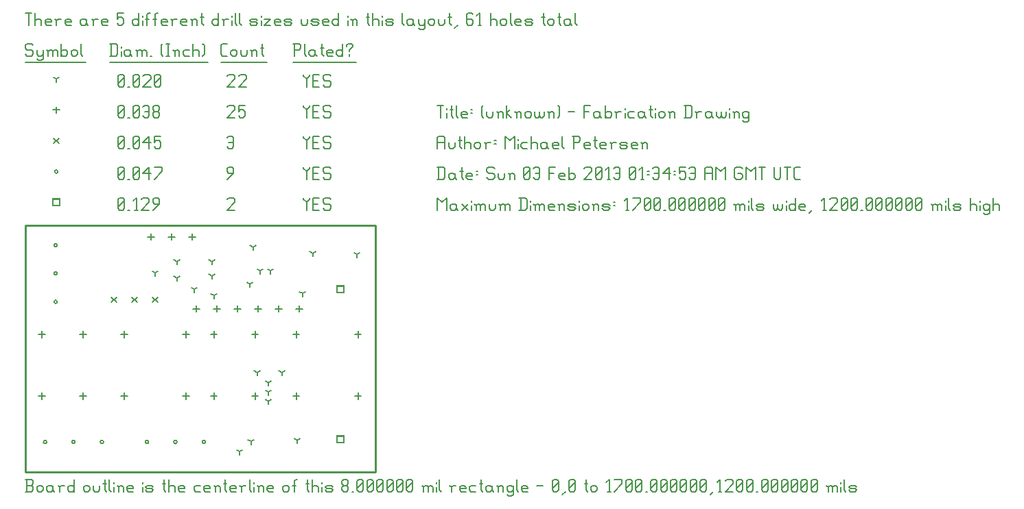
<source format=gbr>
G04 start of page 10 for group -3984 idx -3984 *
G04 Title: (unknown), fab *
G04 Creator: pcb 20110918 *
G04 CreationDate: Sun 03 Feb 2013 01:34:53 AM GMT UTC *
G04 For: petersen *
G04 Format: Gerber/RS-274X *
G04 PCB-Dimensions: 170000 120000 *
G04 PCB-Coordinate-Origin: lower left *
%MOIN*%
%FSLAX25Y25*%
%LNFAB*%
%ADD75C,0.0100*%
%ADD74C,0.0060*%
%ADD73R,0.0080X0.0080*%
G54D73*X151400Y17600D02*X154600D01*
X151400D02*Y14400D01*
X154600D01*
Y17600D02*Y14400D01*
X151400Y90600D02*X154600D01*
X151400D02*Y87400D01*
X154600D01*
Y90600D02*Y87400D01*
X13400Y132850D02*X16600D01*
X13400D02*Y129650D01*
X16600D01*
Y132850D02*Y129650D01*
G54D74*X135000Y133500D02*Y132750D01*
X136500Y131250D01*
X138000Y132750D01*
Y133500D02*Y132750D01*
X136500Y131250D02*Y127500D01*
X139800Y130500D02*X142050D01*
X139800Y127500D02*X142800D01*
X139800Y133500D02*Y127500D01*
Y133500D02*X142800D01*
X147600D02*X148350Y132750D01*
X145350Y133500D02*X147600D01*
X144600Y132750D02*X145350Y133500D01*
X144600Y132750D02*Y131250D01*
X145350Y130500D01*
X147600D01*
X148350Y129750D01*
Y128250D01*
X147600Y127500D02*X148350Y128250D01*
X145350Y127500D02*X147600D01*
X144600Y128250D02*X145350Y127500D01*
X98000Y132750D02*X98750Y133500D01*
X101000D01*
X101750Y132750D01*
Y131250D01*
X98000Y127500D02*X101750Y131250D01*
X98000Y127500D02*X101750D01*
X45000Y128250D02*X45750Y127500D01*
X45000Y132750D02*Y128250D01*
Y132750D02*X45750Y133500D01*
X47250D01*
X48000Y132750D01*
Y128250D01*
X47250Y127500D02*X48000Y128250D01*
X45750Y127500D02*X47250D01*
X45000Y129000D02*X48000Y132000D01*
X49800Y127500D02*X50550D01*
X53100D02*X54600D01*
X53850Y133500D02*Y127500D01*
X52350Y132000D02*X53850Y133500D01*
X56400Y132750D02*X57150Y133500D01*
X59400D01*
X60150Y132750D01*
Y131250D01*
X56400Y127500D02*X60150Y131250D01*
X56400Y127500D02*X60150D01*
X61950D02*X64950Y130500D01*
Y132750D02*Y130500D01*
X64200Y133500D02*X64950Y132750D01*
X62700Y133500D02*X64200D01*
X61950Y132750D02*X62700Y133500D01*
X61950Y132750D02*Y131250D01*
X62700Y130500D01*
X64950D01*
X58255Y14673D02*G75*G03X59855Y14673I800J0D01*G01*
G75*G03X58255Y14673I-800J0D01*G01*
X72035D02*G75*G03X73635Y14673I800J0D01*G01*
G75*G03X72035Y14673I-800J0D01*G01*
X85814D02*G75*G03X87414Y14673I800J0D01*G01*
G75*G03X85814Y14673I-800J0D01*G01*
X13873Y110445D02*G75*G03X15473Y110445I800J0D01*G01*
G75*G03X13873Y110445I-800J0D01*G01*
Y96665D02*G75*G03X15473Y96665I800J0D01*G01*
G75*G03X13873Y96665I-800J0D01*G01*
Y82886D02*G75*G03X15473Y82886I800J0D01*G01*
G75*G03X13873Y82886I-800J0D01*G01*
X8755Y14673D02*G75*G03X10355Y14673I800J0D01*G01*
G75*G03X8755Y14673I-800J0D01*G01*
X22535D02*G75*G03X24135Y14673I800J0D01*G01*
G75*G03X22535Y14673I-800J0D01*G01*
X36314D02*G75*G03X37914Y14673I800J0D01*G01*
G75*G03X36314Y14673I-800J0D01*G01*
X14200Y146250D02*G75*G03X15800Y146250I800J0D01*G01*
G75*G03X14200Y146250I-800J0D01*G01*
X135000Y148500D02*Y147750D01*
X136500Y146250D01*
X138000Y147750D01*
Y148500D02*Y147750D01*
X136500Y146250D02*Y142500D01*
X139800Y145500D02*X142050D01*
X139800Y142500D02*X142800D01*
X139800Y148500D02*Y142500D01*
Y148500D02*X142800D01*
X147600D02*X148350Y147750D01*
X145350Y148500D02*X147600D01*
X144600Y147750D02*X145350Y148500D01*
X144600Y147750D02*Y146250D01*
X145350Y145500D01*
X147600D01*
X148350Y144750D01*
Y143250D01*
X147600Y142500D02*X148350Y143250D01*
X145350Y142500D02*X147600D01*
X144600Y143250D02*X145350Y142500D01*
X98000D02*X101000Y145500D01*
Y147750D02*Y145500D01*
X100250Y148500D02*X101000Y147750D01*
X98750Y148500D02*X100250D01*
X98000Y147750D02*X98750Y148500D01*
X98000Y147750D02*Y146250D01*
X98750Y145500D01*
X101000D01*
X45000Y143250D02*X45750Y142500D01*
X45000Y147750D02*Y143250D01*
Y147750D02*X45750Y148500D01*
X47250D01*
X48000Y147750D01*
Y143250D01*
X47250Y142500D02*X48000Y143250D01*
X45750Y142500D02*X47250D01*
X45000Y144000D02*X48000Y147000D01*
X49800Y142500D02*X50550D01*
X52350Y143250D02*X53100Y142500D01*
X52350Y147750D02*Y143250D01*
Y147750D02*X53100Y148500D01*
X54600D01*
X55350Y147750D01*
Y143250D01*
X54600Y142500D02*X55350Y143250D01*
X53100Y142500D02*X54600D01*
X52350Y144000D02*X55350Y147000D01*
X57150Y145500D02*X60150Y148500D01*
X57150Y145500D02*X60900D01*
X60150Y148500D02*Y142500D01*
X62700D02*X66450Y146250D01*
Y148500D02*Y146250D01*
X62700Y148500D02*X66450D01*
X61800Y85200D02*X64200Y82800D01*
X61800D02*X64200Y85200D01*
X51800D02*X54200Y82800D01*
X51800D02*X54200Y85200D01*
X41800D02*X44200Y82800D01*
X41800D02*X44200Y85200D01*
X13800Y162450D02*X16200Y160050D01*
X13800D02*X16200Y162450D01*
X135000Y163500D02*Y162750D01*
X136500Y161250D01*
X138000Y162750D01*
Y163500D02*Y162750D01*
X136500Y161250D02*Y157500D01*
X139800Y160500D02*X142050D01*
X139800Y157500D02*X142800D01*
X139800Y163500D02*Y157500D01*
Y163500D02*X142800D01*
X147600D02*X148350Y162750D01*
X145350Y163500D02*X147600D01*
X144600Y162750D02*X145350Y163500D01*
X144600Y162750D02*Y161250D01*
X145350Y160500D01*
X147600D01*
X148350Y159750D01*
Y158250D01*
X147600Y157500D02*X148350Y158250D01*
X145350Y157500D02*X147600D01*
X144600Y158250D02*X145350Y157500D01*
X98000Y162750D02*X98750Y163500D01*
X100250D01*
X101000Y162750D01*
Y158250D01*
X100250Y157500D02*X101000Y158250D01*
X98750Y157500D02*X100250D01*
X98000Y158250D02*X98750Y157500D01*
Y160500D02*X101000D01*
X45000Y158250D02*X45750Y157500D01*
X45000Y162750D02*Y158250D01*
Y162750D02*X45750Y163500D01*
X47250D01*
X48000Y162750D01*
Y158250D01*
X47250Y157500D02*X48000Y158250D01*
X45750Y157500D02*X47250D01*
X45000Y159000D02*X48000Y162000D01*
X49800Y157500D02*X50550D01*
X52350Y158250D02*X53100Y157500D01*
X52350Y162750D02*Y158250D01*
Y162750D02*X53100Y163500D01*
X54600D01*
X55350Y162750D01*
Y158250D01*
X54600Y157500D02*X55350Y158250D01*
X53100Y157500D02*X54600D01*
X52350Y159000D02*X55350Y162000D01*
X57150Y160500D02*X60150Y163500D01*
X57150Y160500D02*X60900D01*
X60150Y163500D02*Y157500D01*
X62700Y163500D02*X65700D01*
X62700D02*Y160500D01*
X63450Y161250D01*
X64950D01*
X65700Y160500D01*
Y158250D01*
X64950Y157500D02*X65700Y158250D01*
X63450Y157500D02*X64950D01*
X62700Y158250D02*X63450Y157500D01*
X61000Y116100D02*Y112900D01*
X59400Y114500D02*X62600D01*
X71000Y116100D02*Y112900D01*
X69400Y114500D02*X72600D01*
X81000Y116100D02*Y112900D01*
X79400Y114500D02*X82600D01*
X133000Y81100D02*Y77900D01*
X131400Y79500D02*X134600D01*
X123000Y81100D02*Y77900D01*
X121400Y79500D02*X124600D01*
X113000Y81100D02*Y77900D01*
X111400Y79500D02*X114600D01*
X103000Y81100D02*Y77900D01*
X101400Y79500D02*X104600D01*
X93000Y81100D02*Y77900D01*
X91400Y79500D02*X94600D01*
X83000Y81100D02*Y77900D01*
X81400Y79500D02*X84600D01*
X161500Y68600D02*Y65400D01*
X159900Y67000D02*X163100D01*
X131500Y68600D02*Y65400D01*
X129900Y67000D02*X133100D01*
X111500Y68600D02*Y65400D01*
X109900Y67000D02*X113100D01*
X91500Y68600D02*Y65400D01*
X89900Y67000D02*X93100D01*
X91500Y38600D02*Y35400D01*
X89900Y37000D02*X93100D01*
X111500Y38600D02*Y35400D01*
X109900Y37000D02*X113100D01*
X131500Y38600D02*Y35400D01*
X129900Y37000D02*X133100D01*
X161500Y38600D02*Y35400D01*
X159900Y37000D02*X163100D01*
X78000Y68600D02*Y65400D01*
X76400Y67000D02*X79600D01*
X48000Y68600D02*Y65400D01*
X46400Y67000D02*X49600D01*
X28000Y68600D02*Y65400D01*
X26400Y67000D02*X29600D01*
X8000Y68600D02*Y65400D01*
X6400Y67000D02*X9600D01*
X8000Y38600D02*Y35400D01*
X6400Y37000D02*X9600D01*
X28000Y38600D02*Y35400D01*
X26400Y37000D02*X29600D01*
X48000Y38600D02*Y35400D01*
X46400Y37000D02*X49600D01*
X78000Y38600D02*Y35400D01*
X76400Y37000D02*X79600D01*
X15000Y177850D02*Y174650D01*
X13400Y176250D02*X16600D01*
X135000Y178500D02*Y177750D01*
X136500Y176250D01*
X138000Y177750D01*
Y178500D02*Y177750D01*
X136500Y176250D02*Y172500D01*
X139800Y175500D02*X142050D01*
X139800Y172500D02*X142800D01*
X139800Y178500D02*Y172500D01*
Y178500D02*X142800D01*
X147600D02*X148350Y177750D01*
X145350Y178500D02*X147600D01*
X144600Y177750D02*X145350Y178500D01*
X144600Y177750D02*Y176250D01*
X145350Y175500D01*
X147600D01*
X148350Y174750D01*
Y173250D01*
X147600Y172500D02*X148350Y173250D01*
X145350Y172500D02*X147600D01*
X144600Y173250D02*X145350Y172500D01*
X98000Y177750D02*X98750Y178500D01*
X101000D01*
X101750Y177750D01*
Y176250D01*
X98000Y172500D02*X101750Y176250D01*
X98000Y172500D02*X101750D01*
X103550Y178500D02*X106550D01*
X103550D02*Y175500D01*
X104300Y176250D01*
X105800D01*
X106550Y175500D01*
Y173250D01*
X105800Y172500D02*X106550Y173250D01*
X104300Y172500D02*X105800D01*
X103550Y173250D02*X104300Y172500D01*
X45000Y173250D02*X45750Y172500D01*
X45000Y177750D02*Y173250D01*
Y177750D02*X45750Y178500D01*
X47250D01*
X48000Y177750D01*
Y173250D01*
X47250Y172500D02*X48000Y173250D01*
X45750Y172500D02*X47250D01*
X45000Y174000D02*X48000Y177000D01*
X49800Y172500D02*X50550D01*
X52350Y173250D02*X53100Y172500D01*
X52350Y177750D02*Y173250D01*
Y177750D02*X53100Y178500D01*
X54600D01*
X55350Y177750D01*
Y173250D01*
X54600Y172500D02*X55350Y173250D01*
X53100Y172500D02*X54600D01*
X52350Y174000D02*X55350Y177000D01*
X57150Y177750D02*X57900Y178500D01*
X59400D01*
X60150Y177750D01*
Y173250D01*
X59400Y172500D02*X60150Y173250D01*
X57900Y172500D02*X59400D01*
X57150Y173250D02*X57900Y172500D01*
Y175500D02*X60150D01*
X61950Y173250D02*X62700Y172500D01*
X61950Y174750D02*Y173250D01*
Y174750D02*X62700Y175500D01*
X64200D01*
X64950Y174750D01*
Y173250D01*
X64200Y172500D02*X64950Y173250D01*
X62700Y172500D02*X64200D01*
X61950Y176250D02*X62700Y175500D01*
X61950Y177750D02*Y176250D01*
Y177750D02*X62700Y178500D01*
X64200D01*
X64950Y177750D01*
Y176250D01*
X64200Y175500D02*X64950Y176250D01*
X109000Y91500D02*Y89900D01*
Y91500D02*X110387Y92300D01*
X109000Y91500D02*X107613Y92300D01*
X73500Y94500D02*Y92900D01*
Y94500D02*X74887Y95300D01*
X73500Y94500D02*X72113Y95300D01*
X73500Y102500D02*Y100900D01*
Y102500D02*X74887Y103300D01*
X73500Y102500D02*X72113Y103300D01*
X90500Y95500D02*Y93900D01*
Y95500D02*X91887Y96300D01*
X90500Y95500D02*X89113Y96300D01*
X139500Y106500D02*Y104900D01*
Y106500D02*X140887Y107300D01*
X139500Y106500D02*X138113Y107300D01*
X110500Y109500D02*Y107900D01*
Y109500D02*X111887Y110300D01*
X110500Y109500D02*X109113Y110300D01*
X90500Y102500D02*Y100900D01*
Y102500D02*X91887Y103300D01*
X90500Y102500D02*X89113Y103300D01*
X119000Y98000D02*Y96400D01*
Y98000D02*X120387Y98800D01*
X119000Y98000D02*X117613Y98800D01*
X161000Y106000D02*Y104400D01*
Y106000D02*X162387Y106800D01*
X161000Y106000D02*X159613Y106800D01*
X114000Y98000D02*Y96400D01*
Y98000D02*X115387Y98800D01*
X114000Y98000D02*X112613Y98800D01*
X82000Y89000D02*Y87400D01*
Y89000D02*X83387Y89800D01*
X82000Y89000D02*X80613Y89800D01*
X134500Y87000D02*Y85400D01*
Y87000D02*X135887Y87800D01*
X134500Y87000D02*X133113Y87800D01*
X91500Y86000D02*Y84400D01*
Y86000D02*X92887Y86800D01*
X91500Y86000D02*X90113Y86800D01*
X63000Y97000D02*Y95400D01*
Y97000D02*X64387Y97800D01*
X63000Y97000D02*X61613Y97800D01*
X124500Y48500D02*Y46900D01*
Y48500D02*X125887Y49300D01*
X124500Y48500D02*X123113Y49300D01*
X104000Y10000D02*Y8400D01*
Y10000D02*X105387Y10800D01*
X104000Y10000D02*X102613Y10800D01*
X109500Y15000D02*Y13400D01*
Y15000D02*X110887Y15800D01*
X109500Y15000D02*X108113Y15800D01*
X132000Y15500D02*Y13900D01*
Y15500D02*X133387Y16300D01*
X132000Y15500D02*X130613Y16300D01*
X112500Y48500D02*Y46900D01*
Y48500D02*X113887Y49300D01*
X112500Y48500D02*X111113Y49300D01*
X118000Y34500D02*Y32900D01*
Y34500D02*X119387Y35300D01*
X118000Y34500D02*X116613Y35300D01*
X118000Y39000D02*Y37400D01*
Y39000D02*X119387Y39800D01*
X118000Y39000D02*X116613Y39800D01*
X118000Y43500D02*Y41900D01*
Y43500D02*X119387Y44300D01*
X118000Y43500D02*X116613Y44300D01*
X15000Y191250D02*Y189650D01*
Y191250D02*X16387Y192050D01*
X15000Y191250D02*X13613Y192050D01*
X135000Y193500D02*Y192750D01*
X136500Y191250D01*
X138000Y192750D01*
Y193500D02*Y192750D01*
X136500Y191250D02*Y187500D01*
X139800Y190500D02*X142050D01*
X139800Y187500D02*X142800D01*
X139800Y193500D02*Y187500D01*
Y193500D02*X142800D01*
X147600D02*X148350Y192750D01*
X145350Y193500D02*X147600D01*
X144600Y192750D02*X145350Y193500D01*
X144600Y192750D02*Y191250D01*
X145350Y190500D01*
X147600D01*
X148350Y189750D01*
Y188250D01*
X147600Y187500D02*X148350Y188250D01*
X145350Y187500D02*X147600D01*
X144600Y188250D02*X145350Y187500D01*
X98000Y192750D02*X98750Y193500D01*
X101000D01*
X101750Y192750D01*
Y191250D01*
X98000Y187500D02*X101750Y191250D01*
X98000Y187500D02*X101750D01*
X103550Y192750D02*X104300Y193500D01*
X106550D01*
X107300Y192750D01*
Y191250D01*
X103550Y187500D02*X107300Y191250D01*
X103550Y187500D02*X107300D01*
X45000Y188250D02*X45750Y187500D01*
X45000Y192750D02*Y188250D01*
Y192750D02*X45750Y193500D01*
X47250D01*
X48000Y192750D01*
Y188250D01*
X47250Y187500D02*X48000Y188250D01*
X45750Y187500D02*X47250D01*
X45000Y189000D02*X48000Y192000D01*
X49800Y187500D02*X50550D01*
X52350Y188250D02*X53100Y187500D01*
X52350Y192750D02*Y188250D01*
Y192750D02*X53100Y193500D01*
X54600D01*
X55350Y192750D01*
Y188250D01*
X54600Y187500D02*X55350Y188250D01*
X53100Y187500D02*X54600D01*
X52350Y189000D02*X55350Y192000D01*
X57150Y192750D02*X57900Y193500D01*
X60150D01*
X60900Y192750D01*
Y191250D01*
X57150Y187500D02*X60900Y191250D01*
X57150Y187500D02*X60900D01*
X62700Y188250D02*X63450Y187500D01*
X62700Y192750D02*Y188250D01*
Y192750D02*X63450Y193500D01*
X64950D01*
X65700Y192750D01*
Y188250D01*
X64950Y187500D02*X65700Y188250D01*
X63450Y187500D02*X64950D01*
X62700Y189000D02*X65700Y192000D01*
X3000Y208500D02*X3750Y207750D01*
X750Y208500D02*X3000D01*
X0Y207750D02*X750Y208500D01*
X0Y207750D02*Y206250D01*
X750Y205500D01*
X3000D01*
X3750Y204750D01*
Y203250D01*
X3000Y202500D02*X3750Y203250D01*
X750Y202500D02*X3000D01*
X0Y203250D02*X750Y202500D01*
X5550Y205500D02*Y203250D01*
X6300Y202500D01*
X8550Y205500D02*Y201000D01*
X7800Y200250D02*X8550Y201000D01*
X6300Y200250D02*X7800D01*
X5550Y201000D02*X6300Y200250D01*
Y202500D02*X7800D01*
X8550Y203250D01*
X11100Y204750D02*Y202500D01*
Y204750D02*X11850Y205500D01*
X12600D01*
X13350Y204750D01*
Y202500D01*
Y204750D02*X14100Y205500D01*
X14850D01*
X15600Y204750D01*
Y202500D01*
X10350Y205500D02*X11100Y204750D01*
X17400Y208500D02*Y202500D01*
Y203250D02*X18150Y202500D01*
X19650D01*
X20400Y203250D01*
Y204750D02*Y203250D01*
X19650Y205500D02*X20400Y204750D01*
X18150Y205500D02*X19650D01*
X17400Y204750D02*X18150Y205500D01*
X22200Y204750D02*Y203250D01*
Y204750D02*X22950Y205500D01*
X24450D01*
X25200Y204750D01*
Y203250D01*
X24450Y202500D02*X25200Y203250D01*
X22950Y202500D02*X24450D01*
X22200Y203250D02*X22950Y202500D01*
X27000Y208500D02*Y203250D01*
X27750Y202500D01*
X0Y199250D02*X29250D01*
X41750Y208500D02*Y202500D01*
X44000Y208500D02*X44750Y207750D01*
Y203250D01*
X44000Y202500D02*X44750Y203250D01*
X41000Y202500D02*X44000D01*
X41000Y208500D02*X44000D01*
X46550Y207000D02*Y206250D01*
Y204750D02*Y202500D01*
X50300Y205500D02*X51050Y204750D01*
X48800Y205500D02*X50300D01*
X48050Y204750D02*X48800Y205500D01*
X48050Y204750D02*Y203250D01*
X48800Y202500D01*
X51050Y205500D02*Y203250D01*
X51800Y202500D01*
X48800D02*X50300D01*
X51050Y203250D01*
X54350Y204750D02*Y202500D01*
Y204750D02*X55100Y205500D01*
X55850D01*
X56600Y204750D01*
Y202500D01*
Y204750D02*X57350Y205500D01*
X58100D01*
X58850Y204750D01*
Y202500D01*
X53600Y205500D02*X54350Y204750D01*
X60650Y202500D02*X61400D01*
X65900Y203250D02*X66650Y202500D01*
X65900Y207750D02*X66650Y208500D01*
X65900Y207750D02*Y203250D01*
X68450Y208500D02*X69950D01*
X69200D02*Y202500D01*
X68450D02*X69950D01*
X72500Y204750D02*Y202500D01*
Y204750D02*X73250Y205500D01*
X74000D01*
X74750Y204750D01*
Y202500D01*
X71750Y205500D02*X72500Y204750D01*
X77300Y205500D02*X79550D01*
X76550Y204750D02*X77300Y205500D01*
X76550Y204750D02*Y203250D01*
X77300Y202500D01*
X79550D01*
X81350Y208500D02*Y202500D01*
Y204750D02*X82100Y205500D01*
X83600D01*
X84350Y204750D01*
Y202500D01*
X86150Y208500D02*X86900Y207750D01*
Y203250D01*
X86150Y202500D02*X86900Y203250D01*
X41000Y199250D02*X88700D01*
X95750Y202500D02*X98000D01*
X95000Y203250D02*X95750Y202500D01*
X95000Y207750D02*Y203250D01*
Y207750D02*X95750Y208500D01*
X98000D01*
X99800Y204750D02*Y203250D01*
Y204750D02*X100550Y205500D01*
X102050D01*
X102800Y204750D01*
Y203250D01*
X102050Y202500D02*X102800Y203250D01*
X100550Y202500D02*X102050D01*
X99800Y203250D02*X100550Y202500D01*
X104600Y205500D02*Y203250D01*
X105350Y202500D01*
X106850D01*
X107600Y203250D01*
Y205500D02*Y203250D01*
X110150Y204750D02*Y202500D01*
Y204750D02*X110900Y205500D01*
X111650D01*
X112400Y204750D01*
Y202500D01*
X109400Y205500D02*X110150Y204750D01*
X114950Y208500D02*Y203250D01*
X115700Y202500D01*
X114200Y206250D02*X115700D01*
X95000Y199250D02*X117200D01*
X130750Y208500D02*Y202500D01*
X130000Y208500D02*X133000D01*
X133750Y207750D01*
Y206250D01*
X133000Y205500D02*X133750Y206250D01*
X130750Y205500D02*X133000D01*
X135550Y208500D02*Y203250D01*
X136300Y202500D01*
X140050Y205500D02*X140800Y204750D01*
X138550Y205500D02*X140050D01*
X137800Y204750D02*X138550Y205500D01*
X137800Y204750D02*Y203250D01*
X138550Y202500D01*
X140800Y205500D02*Y203250D01*
X141550Y202500D01*
X138550D02*X140050D01*
X140800Y203250D01*
X144100Y208500D02*Y203250D01*
X144850Y202500D01*
X143350Y206250D02*X144850D01*
X147100Y202500D02*X149350D01*
X146350Y203250D02*X147100Y202500D01*
X146350Y204750D02*Y203250D01*
Y204750D02*X147100Y205500D01*
X148600D01*
X149350Y204750D01*
X146350Y204000D02*X149350D01*
Y204750D02*Y204000D01*
X154150Y208500D02*Y202500D01*
X153400D02*X154150Y203250D01*
X151900Y202500D02*X153400D01*
X151150Y203250D02*X151900Y202500D01*
X151150Y204750D02*Y203250D01*
Y204750D02*X151900Y205500D01*
X153400D01*
X154150Y204750D01*
X157450Y205500D02*Y204750D01*
Y203250D02*Y202500D01*
X155950Y207750D02*Y207000D01*
Y207750D02*X156700Y208500D01*
X158200D01*
X158950Y207750D01*
Y207000D01*
X157450Y205500D02*X158950Y207000D01*
X130000Y199250D02*X160750D01*
X0Y223500D02*X3000D01*
X1500D02*Y217500D01*
X4800Y223500D02*Y217500D01*
Y219750D02*X5550Y220500D01*
X7050D01*
X7800Y219750D01*
Y217500D01*
X10350D02*X12600D01*
X9600Y218250D02*X10350Y217500D01*
X9600Y219750D02*Y218250D01*
Y219750D02*X10350Y220500D01*
X11850D01*
X12600Y219750D01*
X9600Y219000D02*X12600D01*
Y219750D02*Y219000D01*
X15150Y219750D02*Y217500D01*
Y219750D02*X15900Y220500D01*
X17400D01*
X14400D02*X15150Y219750D01*
X19950Y217500D02*X22200D01*
X19200Y218250D02*X19950Y217500D01*
X19200Y219750D02*Y218250D01*
Y219750D02*X19950Y220500D01*
X21450D01*
X22200Y219750D01*
X19200Y219000D02*X22200D01*
Y219750D02*Y219000D01*
X28950Y220500D02*X29700Y219750D01*
X27450Y220500D02*X28950D01*
X26700Y219750D02*X27450Y220500D01*
X26700Y219750D02*Y218250D01*
X27450Y217500D01*
X29700Y220500D02*Y218250D01*
X30450Y217500D01*
X27450D02*X28950D01*
X29700Y218250D01*
X33000Y219750D02*Y217500D01*
Y219750D02*X33750Y220500D01*
X35250D01*
X32250D02*X33000Y219750D01*
X37800Y217500D02*X40050D01*
X37050Y218250D02*X37800Y217500D01*
X37050Y219750D02*Y218250D01*
Y219750D02*X37800Y220500D01*
X39300D01*
X40050Y219750D01*
X37050Y219000D02*X40050D01*
Y219750D02*Y219000D01*
X44550Y223500D02*X47550D01*
X44550D02*Y220500D01*
X45300Y221250D01*
X46800D01*
X47550Y220500D01*
Y218250D01*
X46800Y217500D02*X47550Y218250D01*
X45300Y217500D02*X46800D01*
X44550Y218250D02*X45300Y217500D01*
X55050Y223500D02*Y217500D01*
X54300D02*X55050Y218250D01*
X52800Y217500D02*X54300D01*
X52050Y218250D02*X52800Y217500D01*
X52050Y219750D02*Y218250D01*
Y219750D02*X52800Y220500D01*
X54300D01*
X55050Y219750D01*
X56850Y222000D02*Y221250D01*
Y219750D02*Y217500D01*
X59100Y222750D02*Y217500D01*
Y222750D02*X59850Y223500D01*
X60600D01*
X58350Y220500D02*X59850D01*
X62850Y222750D02*Y217500D01*
Y222750D02*X63600Y223500D01*
X64350D01*
X62100Y220500D02*X63600D01*
X66600Y217500D02*X68850D01*
X65850Y218250D02*X66600Y217500D01*
X65850Y219750D02*Y218250D01*
Y219750D02*X66600Y220500D01*
X68100D01*
X68850Y219750D01*
X65850Y219000D02*X68850D01*
Y219750D02*Y219000D01*
X71400Y219750D02*Y217500D01*
Y219750D02*X72150Y220500D01*
X73650D01*
X70650D02*X71400Y219750D01*
X76200Y217500D02*X78450D01*
X75450Y218250D02*X76200Y217500D01*
X75450Y219750D02*Y218250D01*
Y219750D02*X76200Y220500D01*
X77700D01*
X78450Y219750D01*
X75450Y219000D02*X78450D01*
Y219750D02*Y219000D01*
X81000Y219750D02*Y217500D01*
Y219750D02*X81750Y220500D01*
X82500D01*
X83250Y219750D01*
Y217500D01*
X80250Y220500D02*X81000Y219750D01*
X85800Y223500D02*Y218250D01*
X86550Y217500D01*
X85050Y221250D02*X86550D01*
X93750Y223500D02*Y217500D01*
X93000D02*X93750Y218250D01*
X91500Y217500D02*X93000D01*
X90750Y218250D02*X91500Y217500D01*
X90750Y219750D02*Y218250D01*
Y219750D02*X91500Y220500D01*
X93000D01*
X93750Y219750D01*
X96300D02*Y217500D01*
Y219750D02*X97050Y220500D01*
X98550D01*
X95550D02*X96300Y219750D01*
X100350Y222000D02*Y221250D01*
Y219750D02*Y217500D01*
X101850Y223500D02*Y218250D01*
X102600Y217500D01*
X104100Y223500D02*Y218250D01*
X104850Y217500D01*
X109800D02*X112050D01*
X112800Y218250D01*
X112050Y219000D02*X112800Y218250D01*
X109800Y219000D02*X112050D01*
X109050Y219750D02*X109800Y219000D01*
X109050Y219750D02*X109800Y220500D01*
X112050D01*
X112800Y219750D01*
X109050Y218250D02*X109800Y217500D01*
X114600Y222000D02*Y221250D01*
Y219750D02*Y217500D01*
X116100Y220500D02*X119100D01*
X116100Y217500D02*X119100Y220500D01*
X116100Y217500D02*X119100D01*
X121650D02*X123900D01*
X120900Y218250D02*X121650Y217500D01*
X120900Y219750D02*Y218250D01*
Y219750D02*X121650Y220500D01*
X123150D01*
X123900Y219750D01*
X120900Y219000D02*X123900D01*
Y219750D02*Y219000D01*
X126450Y217500D02*X128700D01*
X129450Y218250D01*
X128700Y219000D02*X129450Y218250D01*
X126450Y219000D02*X128700D01*
X125700Y219750D02*X126450Y219000D01*
X125700Y219750D02*X126450Y220500D01*
X128700D01*
X129450Y219750D01*
X125700Y218250D02*X126450Y217500D01*
X133950Y220500D02*Y218250D01*
X134700Y217500D01*
X136200D01*
X136950Y218250D01*
Y220500D02*Y218250D01*
X139500Y217500D02*X141750D01*
X142500Y218250D01*
X141750Y219000D02*X142500Y218250D01*
X139500Y219000D02*X141750D01*
X138750Y219750D02*X139500Y219000D01*
X138750Y219750D02*X139500Y220500D01*
X141750D01*
X142500Y219750D01*
X138750Y218250D02*X139500Y217500D01*
X145050D02*X147300D01*
X144300Y218250D02*X145050Y217500D01*
X144300Y219750D02*Y218250D01*
Y219750D02*X145050Y220500D01*
X146550D01*
X147300Y219750D01*
X144300Y219000D02*X147300D01*
Y219750D02*Y219000D01*
X152100Y223500D02*Y217500D01*
X151350D02*X152100Y218250D01*
X149850Y217500D02*X151350D01*
X149100Y218250D02*X149850Y217500D01*
X149100Y219750D02*Y218250D01*
Y219750D02*X149850Y220500D01*
X151350D01*
X152100Y219750D01*
X156600Y222000D02*Y221250D01*
Y219750D02*Y217500D01*
X158850Y219750D02*Y217500D01*
Y219750D02*X159600Y220500D01*
X160350D01*
X161100Y219750D01*
Y217500D01*
X158100Y220500D02*X158850Y219750D01*
X166350Y223500D02*Y218250D01*
X167100Y217500D01*
X165600Y221250D02*X167100D01*
X168600Y223500D02*Y217500D01*
Y219750D02*X169350Y220500D01*
X170850D01*
X171600Y219750D01*
Y217500D01*
X173400Y222000D02*Y221250D01*
Y219750D02*Y217500D01*
X175650D02*X177900D01*
X178650Y218250D01*
X177900Y219000D02*X178650Y218250D01*
X175650Y219000D02*X177900D01*
X174900Y219750D02*X175650Y219000D01*
X174900Y219750D02*X175650Y220500D01*
X177900D01*
X178650Y219750D01*
X174900Y218250D02*X175650Y217500D01*
X183150Y223500D02*Y218250D01*
X183900Y217500D01*
X187650Y220500D02*X188400Y219750D01*
X186150Y220500D02*X187650D01*
X185400Y219750D02*X186150Y220500D01*
X185400Y219750D02*Y218250D01*
X186150Y217500D01*
X188400Y220500D02*Y218250D01*
X189150Y217500D01*
X186150D02*X187650D01*
X188400Y218250D01*
X190950Y220500D02*Y218250D01*
X191700Y217500D01*
X193950Y220500D02*Y216000D01*
X193200Y215250D02*X193950Y216000D01*
X191700Y215250D02*X193200D01*
X190950Y216000D02*X191700Y215250D01*
Y217500D02*X193200D01*
X193950Y218250D01*
X195750Y219750D02*Y218250D01*
Y219750D02*X196500Y220500D01*
X198000D01*
X198750Y219750D01*
Y218250D01*
X198000Y217500D02*X198750Y218250D01*
X196500Y217500D02*X198000D01*
X195750Y218250D02*X196500Y217500D01*
X200550Y220500D02*Y218250D01*
X201300Y217500D01*
X202800D01*
X203550Y218250D01*
Y220500D02*Y218250D01*
X206100Y223500D02*Y218250D01*
X206850Y217500D01*
X205350Y221250D02*X206850D01*
X208350Y216000D02*X209850Y217500D01*
X216600Y223500D02*X217350Y222750D01*
X215100Y223500D02*X216600D01*
X214350Y222750D02*X215100Y223500D01*
X214350Y222750D02*Y218250D01*
X215100Y217500D01*
X216600Y220500D02*X217350Y219750D01*
X214350Y220500D02*X216600D01*
X215100Y217500D02*X216600D01*
X217350Y218250D01*
Y219750D02*Y218250D01*
X219900Y217500D02*X221400D01*
X220650Y223500D02*Y217500D01*
X219150Y222000D02*X220650Y223500D01*
X225900D02*Y217500D01*
Y219750D02*X226650Y220500D01*
X228150D01*
X228900Y219750D01*
Y217500D01*
X230700Y219750D02*Y218250D01*
Y219750D02*X231450Y220500D01*
X232950D01*
X233700Y219750D01*
Y218250D01*
X232950Y217500D02*X233700Y218250D01*
X231450Y217500D02*X232950D01*
X230700Y218250D02*X231450Y217500D01*
X235500Y223500D02*Y218250D01*
X236250Y217500D01*
X238500D02*X240750D01*
X237750Y218250D02*X238500Y217500D01*
X237750Y219750D02*Y218250D01*
Y219750D02*X238500Y220500D01*
X240000D01*
X240750Y219750D01*
X237750Y219000D02*X240750D01*
Y219750D02*Y219000D01*
X243300Y217500D02*X245550D01*
X246300Y218250D01*
X245550Y219000D02*X246300Y218250D01*
X243300Y219000D02*X245550D01*
X242550Y219750D02*X243300Y219000D01*
X242550Y219750D02*X243300Y220500D01*
X245550D01*
X246300Y219750D01*
X242550Y218250D02*X243300Y217500D01*
X251550Y223500D02*Y218250D01*
X252300Y217500D01*
X250800Y221250D02*X252300D01*
X253800Y219750D02*Y218250D01*
Y219750D02*X254550Y220500D01*
X256050D01*
X256800Y219750D01*
Y218250D01*
X256050Y217500D02*X256800Y218250D01*
X254550Y217500D02*X256050D01*
X253800Y218250D02*X254550Y217500D01*
X259350Y223500D02*Y218250D01*
X260100Y217500D01*
X258600Y221250D02*X260100D01*
X263850Y220500D02*X264600Y219750D01*
X262350Y220500D02*X263850D01*
X261600Y219750D02*X262350Y220500D01*
X261600Y219750D02*Y218250D01*
X262350Y217500D01*
X264600Y220500D02*Y218250D01*
X265350Y217500D01*
X262350D02*X263850D01*
X264600Y218250D01*
X267150Y223500D02*Y218250D01*
X267900Y217500D01*
G54D75*X0Y120000D02*X170000D01*
X0D02*Y0D01*
X170000Y120000D02*Y0D01*
X0D02*X170000D01*
G54D74*X200000Y133500D02*Y127500D01*
Y133500D02*X202250Y131250D01*
X204500Y133500D01*
Y127500D01*
X208550Y130500D02*X209300Y129750D01*
X207050Y130500D02*X208550D01*
X206300Y129750D02*X207050Y130500D01*
X206300Y129750D02*Y128250D01*
X207050Y127500D01*
X209300Y130500D02*Y128250D01*
X210050Y127500D01*
X207050D02*X208550D01*
X209300Y128250D01*
X211850Y130500D02*X214850Y127500D01*
X211850D02*X214850Y130500D01*
X216650Y132000D02*Y131250D01*
Y129750D02*Y127500D01*
X218900Y129750D02*Y127500D01*
Y129750D02*X219650Y130500D01*
X220400D01*
X221150Y129750D01*
Y127500D01*
Y129750D02*X221900Y130500D01*
X222650D01*
X223400Y129750D01*
Y127500D01*
X218150Y130500D02*X218900Y129750D01*
X225200Y130500D02*Y128250D01*
X225950Y127500D01*
X227450D01*
X228200Y128250D01*
Y130500D02*Y128250D01*
X230750Y129750D02*Y127500D01*
Y129750D02*X231500Y130500D01*
X232250D01*
X233000Y129750D01*
Y127500D01*
Y129750D02*X233750Y130500D01*
X234500D01*
X235250Y129750D01*
Y127500D01*
X230000Y130500D02*X230750Y129750D01*
X240500Y133500D02*Y127500D01*
X242750Y133500D02*X243500Y132750D01*
Y128250D01*
X242750Y127500D02*X243500Y128250D01*
X239750Y127500D02*X242750D01*
X239750Y133500D02*X242750D01*
X245300Y132000D02*Y131250D01*
Y129750D02*Y127500D01*
X247550Y129750D02*Y127500D01*
Y129750D02*X248300Y130500D01*
X249050D01*
X249800Y129750D01*
Y127500D01*
Y129750D02*X250550Y130500D01*
X251300D01*
X252050Y129750D01*
Y127500D01*
X246800Y130500D02*X247550Y129750D01*
X254600Y127500D02*X256850D01*
X253850Y128250D02*X254600Y127500D01*
X253850Y129750D02*Y128250D01*
Y129750D02*X254600Y130500D01*
X256100D01*
X256850Y129750D01*
X253850Y129000D02*X256850D01*
Y129750D02*Y129000D01*
X259400Y129750D02*Y127500D01*
Y129750D02*X260150Y130500D01*
X260900D01*
X261650Y129750D01*
Y127500D01*
X258650Y130500D02*X259400Y129750D01*
X264200Y127500D02*X266450D01*
X267200Y128250D01*
X266450Y129000D02*X267200Y128250D01*
X264200Y129000D02*X266450D01*
X263450Y129750D02*X264200Y129000D01*
X263450Y129750D02*X264200Y130500D01*
X266450D01*
X267200Y129750D01*
X263450Y128250D02*X264200Y127500D01*
X269000Y132000D02*Y131250D01*
Y129750D02*Y127500D01*
X270500Y129750D02*Y128250D01*
Y129750D02*X271250Y130500D01*
X272750D01*
X273500Y129750D01*
Y128250D01*
X272750Y127500D02*X273500Y128250D01*
X271250Y127500D02*X272750D01*
X270500Y128250D02*X271250Y127500D01*
X276050Y129750D02*Y127500D01*
Y129750D02*X276800Y130500D01*
X277550D01*
X278300Y129750D01*
Y127500D01*
X275300Y130500D02*X276050Y129750D01*
X280850Y127500D02*X283100D01*
X283850Y128250D01*
X283100Y129000D02*X283850Y128250D01*
X280850Y129000D02*X283100D01*
X280100Y129750D02*X280850Y129000D01*
X280100Y129750D02*X280850Y130500D01*
X283100D01*
X283850Y129750D01*
X280100Y128250D02*X280850Y127500D01*
X285650Y131250D02*X286400D01*
X285650Y129750D02*X286400D01*
X291650Y127500D02*X293150D01*
X292400Y133500D02*Y127500D01*
X290900Y132000D02*X292400Y133500D01*
X294950Y127500D02*X298700Y131250D01*
Y133500D02*Y131250D01*
X294950Y133500D02*X298700D01*
X300500Y128250D02*X301250Y127500D01*
X300500Y132750D02*Y128250D01*
Y132750D02*X301250Y133500D01*
X302750D01*
X303500Y132750D01*
Y128250D01*
X302750Y127500D02*X303500Y128250D01*
X301250Y127500D02*X302750D01*
X300500Y129000D02*X303500Y132000D01*
X305300Y128250D02*X306050Y127500D01*
X305300Y132750D02*Y128250D01*
Y132750D02*X306050Y133500D01*
X307550D01*
X308300Y132750D01*
Y128250D01*
X307550Y127500D02*X308300Y128250D01*
X306050Y127500D02*X307550D01*
X305300Y129000D02*X308300Y132000D01*
X310100Y127500D02*X310850D01*
X312650Y128250D02*X313400Y127500D01*
X312650Y132750D02*Y128250D01*
Y132750D02*X313400Y133500D01*
X314900D01*
X315650Y132750D01*
Y128250D01*
X314900Y127500D02*X315650Y128250D01*
X313400Y127500D02*X314900D01*
X312650Y129000D02*X315650Y132000D01*
X317450Y128250D02*X318200Y127500D01*
X317450Y132750D02*Y128250D01*
Y132750D02*X318200Y133500D01*
X319700D01*
X320450Y132750D01*
Y128250D01*
X319700Y127500D02*X320450Y128250D01*
X318200Y127500D02*X319700D01*
X317450Y129000D02*X320450Y132000D01*
X322250Y128250D02*X323000Y127500D01*
X322250Y132750D02*Y128250D01*
Y132750D02*X323000Y133500D01*
X324500D01*
X325250Y132750D01*
Y128250D01*
X324500Y127500D02*X325250Y128250D01*
X323000Y127500D02*X324500D01*
X322250Y129000D02*X325250Y132000D01*
X327050Y128250D02*X327800Y127500D01*
X327050Y132750D02*Y128250D01*
Y132750D02*X327800Y133500D01*
X329300D01*
X330050Y132750D01*
Y128250D01*
X329300Y127500D02*X330050Y128250D01*
X327800Y127500D02*X329300D01*
X327050Y129000D02*X330050Y132000D01*
X331850Y128250D02*X332600Y127500D01*
X331850Y132750D02*Y128250D01*
Y132750D02*X332600Y133500D01*
X334100D01*
X334850Y132750D01*
Y128250D01*
X334100Y127500D02*X334850Y128250D01*
X332600Y127500D02*X334100D01*
X331850Y129000D02*X334850Y132000D01*
X336650Y128250D02*X337400Y127500D01*
X336650Y132750D02*Y128250D01*
Y132750D02*X337400Y133500D01*
X338900D01*
X339650Y132750D01*
Y128250D01*
X338900Y127500D02*X339650Y128250D01*
X337400Y127500D02*X338900D01*
X336650Y129000D02*X339650Y132000D01*
X344900Y129750D02*Y127500D01*
Y129750D02*X345650Y130500D01*
X346400D01*
X347150Y129750D01*
Y127500D01*
Y129750D02*X347900Y130500D01*
X348650D01*
X349400Y129750D01*
Y127500D01*
X344150Y130500D02*X344900Y129750D01*
X351200Y132000D02*Y131250D01*
Y129750D02*Y127500D01*
X352700Y133500D02*Y128250D01*
X353450Y127500D01*
X355700D02*X357950D01*
X358700Y128250D01*
X357950Y129000D02*X358700Y128250D01*
X355700Y129000D02*X357950D01*
X354950Y129750D02*X355700Y129000D01*
X354950Y129750D02*X355700Y130500D01*
X357950D01*
X358700Y129750D01*
X354950Y128250D02*X355700Y127500D01*
X363200Y130500D02*Y128250D01*
X363950Y127500D01*
X364700D01*
X365450Y128250D01*
Y130500D02*Y128250D01*
X366200Y127500D01*
X366950D01*
X367700Y128250D01*
Y130500D02*Y128250D01*
X369500Y132000D02*Y131250D01*
Y129750D02*Y127500D01*
X374000Y133500D02*Y127500D01*
X373250D02*X374000Y128250D01*
X371750Y127500D02*X373250D01*
X371000Y128250D02*X371750Y127500D01*
X371000Y129750D02*Y128250D01*
Y129750D02*X371750Y130500D01*
X373250D01*
X374000Y129750D01*
X376550Y127500D02*X378800D01*
X375800Y128250D02*X376550Y127500D01*
X375800Y129750D02*Y128250D01*
Y129750D02*X376550Y130500D01*
X378050D01*
X378800Y129750D01*
X375800Y129000D02*X378800D01*
Y129750D02*Y129000D01*
X380600Y126000D02*X382100Y127500D01*
X387350D02*X388850D01*
X388100Y133500D02*Y127500D01*
X386600Y132000D02*X388100Y133500D01*
X390650Y132750D02*X391400Y133500D01*
X393650D01*
X394400Y132750D01*
Y131250D01*
X390650Y127500D02*X394400Y131250D01*
X390650Y127500D02*X394400D01*
X396200Y128250D02*X396950Y127500D01*
X396200Y132750D02*Y128250D01*
Y132750D02*X396950Y133500D01*
X398450D01*
X399200Y132750D01*
Y128250D01*
X398450Y127500D02*X399200Y128250D01*
X396950Y127500D02*X398450D01*
X396200Y129000D02*X399200Y132000D01*
X401000Y128250D02*X401750Y127500D01*
X401000Y132750D02*Y128250D01*
Y132750D02*X401750Y133500D01*
X403250D01*
X404000Y132750D01*
Y128250D01*
X403250Y127500D02*X404000Y128250D01*
X401750Y127500D02*X403250D01*
X401000Y129000D02*X404000Y132000D01*
X405800Y127500D02*X406550D01*
X408350Y128250D02*X409100Y127500D01*
X408350Y132750D02*Y128250D01*
Y132750D02*X409100Y133500D01*
X410600D01*
X411350Y132750D01*
Y128250D01*
X410600Y127500D02*X411350Y128250D01*
X409100Y127500D02*X410600D01*
X408350Y129000D02*X411350Y132000D01*
X413150Y128250D02*X413900Y127500D01*
X413150Y132750D02*Y128250D01*
Y132750D02*X413900Y133500D01*
X415400D01*
X416150Y132750D01*
Y128250D01*
X415400Y127500D02*X416150Y128250D01*
X413900Y127500D02*X415400D01*
X413150Y129000D02*X416150Y132000D01*
X417950Y128250D02*X418700Y127500D01*
X417950Y132750D02*Y128250D01*
Y132750D02*X418700Y133500D01*
X420200D01*
X420950Y132750D01*
Y128250D01*
X420200Y127500D02*X420950Y128250D01*
X418700Y127500D02*X420200D01*
X417950Y129000D02*X420950Y132000D01*
X422750Y128250D02*X423500Y127500D01*
X422750Y132750D02*Y128250D01*
Y132750D02*X423500Y133500D01*
X425000D01*
X425750Y132750D01*
Y128250D01*
X425000Y127500D02*X425750Y128250D01*
X423500Y127500D02*X425000D01*
X422750Y129000D02*X425750Y132000D01*
X427550Y128250D02*X428300Y127500D01*
X427550Y132750D02*Y128250D01*
Y132750D02*X428300Y133500D01*
X429800D01*
X430550Y132750D01*
Y128250D01*
X429800Y127500D02*X430550Y128250D01*
X428300Y127500D02*X429800D01*
X427550Y129000D02*X430550Y132000D01*
X432350Y128250D02*X433100Y127500D01*
X432350Y132750D02*Y128250D01*
Y132750D02*X433100Y133500D01*
X434600D01*
X435350Y132750D01*
Y128250D01*
X434600Y127500D02*X435350Y128250D01*
X433100Y127500D02*X434600D01*
X432350Y129000D02*X435350Y132000D01*
X440600Y129750D02*Y127500D01*
Y129750D02*X441350Y130500D01*
X442100D01*
X442850Y129750D01*
Y127500D01*
Y129750D02*X443600Y130500D01*
X444350D01*
X445100Y129750D01*
Y127500D01*
X439850Y130500D02*X440600Y129750D01*
X446900Y132000D02*Y131250D01*
Y129750D02*Y127500D01*
X448400Y133500D02*Y128250D01*
X449150Y127500D01*
X451400D02*X453650D01*
X454400Y128250D01*
X453650Y129000D02*X454400Y128250D01*
X451400Y129000D02*X453650D01*
X450650Y129750D02*X451400Y129000D01*
X450650Y129750D02*X451400Y130500D01*
X453650D01*
X454400Y129750D01*
X450650Y128250D02*X451400Y127500D01*
X458900Y133500D02*Y127500D01*
Y129750D02*X459650Y130500D01*
X461150D01*
X461900Y129750D01*
Y127500D01*
X463700Y132000D02*Y131250D01*
Y129750D02*Y127500D01*
X467450Y130500D02*X468200Y129750D01*
X465950Y130500D02*X467450D01*
X465200Y129750D02*X465950Y130500D01*
X465200Y129750D02*Y128250D01*
X465950Y127500D01*
X467450D01*
X468200Y128250D01*
X465200Y126000D02*X465950Y125250D01*
X467450D01*
X468200Y126000D01*
Y130500D02*Y126000D01*
X470000Y133500D02*Y127500D01*
Y129750D02*X470750Y130500D01*
X472250D01*
X473000Y129750D01*
Y127500D01*
X0Y-9500D02*X3000D01*
X3750Y-8750D01*
Y-7250D02*Y-8750D01*
X3000Y-6500D02*X3750Y-7250D01*
X750Y-6500D02*X3000D01*
X750Y-3500D02*Y-9500D01*
X0Y-3500D02*X3000D01*
X3750Y-4250D01*
Y-5750D01*
X3000Y-6500D02*X3750Y-5750D01*
X5550Y-7250D02*Y-8750D01*
Y-7250D02*X6300Y-6500D01*
X7800D01*
X8550Y-7250D01*
Y-8750D01*
X7800Y-9500D02*X8550Y-8750D01*
X6300Y-9500D02*X7800D01*
X5550Y-8750D02*X6300Y-9500D01*
X12600Y-6500D02*X13350Y-7250D01*
X11100Y-6500D02*X12600D01*
X10350Y-7250D02*X11100Y-6500D01*
X10350Y-7250D02*Y-8750D01*
X11100Y-9500D01*
X13350Y-6500D02*Y-8750D01*
X14100Y-9500D01*
X11100D02*X12600D01*
X13350Y-8750D01*
X16650Y-7250D02*Y-9500D01*
Y-7250D02*X17400Y-6500D01*
X18900D01*
X15900D02*X16650Y-7250D01*
X23700Y-3500D02*Y-9500D01*
X22950D02*X23700Y-8750D01*
X21450Y-9500D02*X22950D01*
X20700Y-8750D02*X21450Y-9500D01*
X20700Y-7250D02*Y-8750D01*
Y-7250D02*X21450Y-6500D01*
X22950D01*
X23700Y-7250D01*
X28200D02*Y-8750D01*
Y-7250D02*X28950Y-6500D01*
X30450D01*
X31200Y-7250D01*
Y-8750D01*
X30450Y-9500D02*X31200Y-8750D01*
X28950Y-9500D02*X30450D01*
X28200Y-8750D02*X28950Y-9500D01*
X33000Y-6500D02*Y-8750D01*
X33750Y-9500D01*
X35250D01*
X36000Y-8750D01*
Y-6500D02*Y-8750D01*
X38550Y-3500D02*Y-8750D01*
X39300Y-9500D01*
X37800Y-5750D02*X39300D01*
X40800Y-3500D02*Y-8750D01*
X41550Y-9500D01*
X43050Y-5000D02*Y-5750D01*
Y-7250D02*Y-9500D01*
X45300Y-7250D02*Y-9500D01*
Y-7250D02*X46050Y-6500D01*
X46800D01*
X47550Y-7250D01*
Y-9500D01*
X44550Y-6500D02*X45300Y-7250D01*
X50100Y-9500D02*X52350D01*
X49350Y-8750D02*X50100Y-9500D01*
X49350Y-7250D02*Y-8750D01*
Y-7250D02*X50100Y-6500D01*
X51600D01*
X52350Y-7250D01*
X49350Y-8000D02*X52350D01*
Y-7250D02*Y-8000D01*
X56850Y-5000D02*Y-5750D01*
Y-7250D02*Y-9500D01*
X59100D02*X61350D01*
X62100Y-8750D01*
X61350Y-8000D02*X62100Y-8750D01*
X59100Y-8000D02*X61350D01*
X58350Y-7250D02*X59100Y-8000D01*
X58350Y-7250D02*X59100Y-6500D01*
X61350D01*
X62100Y-7250D01*
X58350Y-8750D02*X59100Y-9500D01*
X67350Y-3500D02*Y-8750D01*
X68100Y-9500D01*
X66600Y-5750D02*X68100D01*
X69600Y-3500D02*Y-9500D01*
Y-7250D02*X70350Y-6500D01*
X71850D01*
X72600Y-7250D01*
Y-9500D01*
X75150D02*X77400D01*
X74400Y-8750D02*X75150Y-9500D01*
X74400Y-7250D02*Y-8750D01*
Y-7250D02*X75150Y-6500D01*
X76650D01*
X77400Y-7250D01*
X74400Y-8000D02*X77400D01*
Y-7250D02*Y-8000D01*
X82650Y-6500D02*X84900D01*
X81900Y-7250D02*X82650Y-6500D01*
X81900Y-7250D02*Y-8750D01*
X82650Y-9500D01*
X84900D01*
X87450D02*X89700D01*
X86700Y-8750D02*X87450Y-9500D01*
X86700Y-7250D02*Y-8750D01*
Y-7250D02*X87450Y-6500D01*
X88950D01*
X89700Y-7250D01*
X86700Y-8000D02*X89700D01*
Y-7250D02*Y-8000D01*
X92250Y-7250D02*Y-9500D01*
Y-7250D02*X93000Y-6500D01*
X93750D01*
X94500Y-7250D01*
Y-9500D01*
X91500Y-6500D02*X92250Y-7250D01*
X97050Y-3500D02*Y-8750D01*
X97800Y-9500D01*
X96300Y-5750D02*X97800D01*
X100050Y-9500D02*X102300D01*
X99300Y-8750D02*X100050Y-9500D01*
X99300Y-7250D02*Y-8750D01*
Y-7250D02*X100050Y-6500D01*
X101550D01*
X102300Y-7250D01*
X99300Y-8000D02*X102300D01*
Y-7250D02*Y-8000D01*
X104850Y-7250D02*Y-9500D01*
Y-7250D02*X105600Y-6500D01*
X107100D01*
X104100D02*X104850Y-7250D01*
X108900Y-3500D02*Y-8750D01*
X109650Y-9500D01*
X111150Y-5000D02*Y-5750D01*
Y-7250D02*Y-9500D01*
X113400Y-7250D02*Y-9500D01*
Y-7250D02*X114150Y-6500D01*
X114900D01*
X115650Y-7250D01*
Y-9500D01*
X112650Y-6500D02*X113400Y-7250D01*
X118200Y-9500D02*X120450D01*
X117450Y-8750D02*X118200Y-9500D01*
X117450Y-7250D02*Y-8750D01*
Y-7250D02*X118200Y-6500D01*
X119700D01*
X120450Y-7250D01*
X117450Y-8000D02*X120450D01*
Y-7250D02*Y-8000D01*
X124950Y-7250D02*Y-8750D01*
Y-7250D02*X125700Y-6500D01*
X127200D01*
X127950Y-7250D01*
Y-8750D01*
X127200Y-9500D02*X127950Y-8750D01*
X125700Y-9500D02*X127200D01*
X124950Y-8750D02*X125700Y-9500D01*
X130500Y-4250D02*Y-9500D01*
Y-4250D02*X131250Y-3500D01*
X132000D01*
X129750Y-6500D02*X131250D01*
X136950Y-3500D02*Y-8750D01*
X137700Y-9500D01*
X136200Y-5750D02*X137700D01*
X139200Y-3500D02*Y-9500D01*
Y-7250D02*X139950Y-6500D01*
X141450D01*
X142200Y-7250D01*
Y-9500D01*
X144000Y-5000D02*Y-5750D01*
Y-7250D02*Y-9500D01*
X146250D02*X148500D01*
X149250Y-8750D01*
X148500Y-8000D02*X149250Y-8750D01*
X146250Y-8000D02*X148500D01*
X145500Y-7250D02*X146250Y-8000D01*
X145500Y-7250D02*X146250Y-6500D01*
X148500D01*
X149250Y-7250D01*
X145500Y-8750D02*X146250Y-9500D01*
X153750Y-8750D02*X154500Y-9500D01*
X153750Y-7250D02*Y-8750D01*
Y-7250D02*X154500Y-6500D01*
X156000D01*
X156750Y-7250D01*
Y-8750D01*
X156000Y-9500D02*X156750Y-8750D01*
X154500Y-9500D02*X156000D01*
X153750Y-5750D02*X154500Y-6500D01*
X153750Y-4250D02*Y-5750D01*
Y-4250D02*X154500Y-3500D01*
X156000D01*
X156750Y-4250D01*
Y-5750D01*
X156000Y-6500D02*X156750Y-5750D01*
X158550Y-9500D02*X159300D01*
X161100Y-8750D02*X161850Y-9500D01*
X161100Y-4250D02*Y-8750D01*
Y-4250D02*X161850Y-3500D01*
X163350D01*
X164100Y-4250D01*
Y-8750D01*
X163350Y-9500D02*X164100Y-8750D01*
X161850Y-9500D02*X163350D01*
X161100Y-8000D02*X164100Y-5000D01*
X165900Y-8750D02*X166650Y-9500D01*
X165900Y-4250D02*Y-8750D01*
Y-4250D02*X166650Y-3500D01*
X168150D01*
X168900Y-4250D01*
Y-8750D01*
X168150Y-9500D02*X168900Y-8750D01*
X166650Y-9500D02*X168150D01*
X165900Y-8000D02*X168900Y-5000D01*
X170700Y-8750D02*X171450Y-9500D01*
X170700Y-4250D02*Y-8750D01*
Y-4250D02*X171450Y-3500D01*
X172950D01*
X173700Y-4250D01*
Y-8750D01*
X172950Y-9500D02*X173700Y-8750D01*
X171450Y-9500D02*X172950D01*
X170700Y-8000D02*X173700Y-5000D01*
X175500Y-8750D02*X176250Y-9500D01*
X175500Y-4250D02*Y-8750D01*
Y-4250D02*X176250Y-3500D01*
X177750D01*
X178500Y-4250D01*
Y-8750D01*
X177750Y-9500D02*X178500Y-8750D01*
X176250Y-9500D02*X177750D01*
X175500Y-8000D02*X178500Y-5000D01*
X180300Y-8750D02*X181050Y-9500D01*
X180300Y-4250D02*Y-8750D01*
Y-4250D02*X181050Y-3500D01*
X182550D01*
X183300Y-4250D01*
Y-8750D01*
X182550Y-9500D02*X183300Y-8750D01*
X181050Y-9500D02*X182550D01*
X180300Y-8000D02*X183300Y-5000D01*
X185100Y-8750D02*X185850Y-9500D01*
X185100Y-4250D02*Y-8750D01*
Y-4250D02*X185850Y-3500D01*
X187350D01*
X188100Y-4250D01*
Y-8750D01*
X187350Y-9500D02*X188100Y-8750D01*
X185850Y-9500D02*X187350D01*
X185100Y-8000D02*X188100Y-5000D01*
X193350Y-7250D02*Y-9500D01*
Y-7250D02*X194100Y-6500D01*
X194850D01*
X195600Y-7250D01*
Y-9500D01*
Y-7250D02*X196350Y-6500D01*
X197100D01*
X197850Y-7250D01*
Y-9500D01*
X192600Y-6500D02*X193350Y-7250D01*
X199650Y-5000D02*Y-5750D01*
Y-7250D02*Y-9500D01*
X201150Y-3500D02*Y-8750D01*
X201900Y-9500D01*
X206850Y-7250D02*Y-9500D01*
Y-7250D02*X207600Y-6500D01*
X209100D01*
X206100D02*X206850Y-7250D01*
X211650Y-9500D02*X213900D01*
X210900Y-8750D02*X211650Y-9500D01*
X210900Y-7250D02*Y-8750D01*
Y-7250D02*X211650Y-6500D01*
X213150D01*
X213900Y-7250D01*
X210900Y-8000D02*X213900D01*
Y-7250D02*Y-8000D01*
X216450Y-6500D02*X218700D01*
X215700Y-7250D02*X216450Y-6500D01*
X215700Y-7250D02*Y-8750D01*
X216450Y-9500D01*
X218700D01*
X221250Y-3500D02*Y-8750D01*
X222000Y-9500D01*
X220500Y-5750D02*X222000D01*
X225750Y-6500D02*X226500Y-7250D01*
X224250Y-6500D02*X225750D01*
X223500Y-7250D02*X224250Y-6500D01*
X223500Y-7250D02*Y-8750D01*
X224250Y-9500D01*
X226500Y-6500D02*Y-8750D01*
X227250Y-9500D01*
X224250D02*X225750D01*
X226500Y-8750D01*
X229800Y-7250D02*Y-9500D01*
Y-7250D02*X230550Y-6500D01*
X231300D01*
X232050Y-7250D01*
Y-9500D01*
X229050Y-6500D02*X229800Y-7250D01*
X236100Y-6500D02*X236850Y-7250D01*
X234600Y-6500D02*X236100D01*
X233850Y-7250D02*X234600Y-6500D01*
X233850Y-7250D02*Y-8750D01*
X234600Y-9500D01*
X236100D01*
X236850Y-8750D01*
X233850Y-11000D02*X234600Y-11750D01*
X236100D01*
X236850Y-11000D01*
Y-6500D02*Y-11000D01*
X238650Y-3500D02*Y-8750D01*
X239400Y-9500D01*
X241650D02*X243900D01*
X240900Y-8750D02*X241650Y-9500D01*
X240900Y-7250D02*Y-8750D01*
Y-7250D02*X241650Y-6500D01*
X243150D01*
X243900Y-7250D01*
X240900Y-8000D02*X243900D01*
Y-7250D02*Y-8000D01*
X248400Y-6500D02*X251400D01*
X255900Y-8750D02*X256650Y-9500D01*
X255900Y-4250D02*Y-8750D01*
Y-4250D02*X256650Y-3500D01*
X258150D01*
X258900Y-4250D01*
Y-8750D01*
X258150Y-9500D02*X258900Y-8750D01*
X256650Y-9500D02*X258150D01*
X255900Y-8000D02*X258900Y-5000D01*
X260700Y-11000D02*X262200Y-9500D01*
X264000Y-8750D02*X264750Y-9500D01*
X264000Y-4250D02*Y-8750D01*
Y-4250D02*X264750Y-3500D01*
X266250D01*
X267000Y-4250D01*
Y-8750D01*
X266250Y-9500D02*X267000Y-8750D01*
X264750Y-9500D02*X266250D01*
X264000Y-8000D02*X267000Y-5000D01*
X272250Y-3500D02*Y-8750D01*
X273000Y-9500D01*
X271500Y-5750D02*X273000D01*
X274500Y-7250D02*Y-8750D01*
Y-7250D02*X275250Y-6500D01*
X276750D01*
X277500Y-7250D01*
Y-8750D01*
X276750Y-9500D02*X277500Y-8750D01*
X275250Y-9500D02*X276750D01*
X274500Y-8750D02*X275250Y-9500D01*
X282750D02*X284250D01*
X283500Y-3500D02*Y-9500D01*
X282000Y-5000D02*X283500Y-3500D01*
X286050Y-9500D02*X289800Y-5750D01*
Y-3500D02*Y-5750D01*
X286050Y-3500D02*X289800D01*
X291600Y-8750D02*X292350Y-9500D01*
X291600Y-4250D02*Y-8750D01*
Y-4250D02*X292350Y-3500D01*
X293850D01*
X294600Y-4250D01*
Y-8750D01*
X293850Y-9500D02*X294600Y-8750D01*
X292350Y-9500D02*X293850D01*
X291600Y-8000D02*X294600Y-5000D01*
X296400Y-8750D02*X297150Y-9500D01*
X296400Y-4250D02*Y-8750D01*
Y-4250D02*X297150Y-3500D01*
X298650D01*
X299400Y-4250D01*
Y-8750D01*
X298650Y-9500D02*X299400Y-8750D01*
X297150Y-9500D02*X298650D01*
X296400Y-8000D02*X299400Y-5000D01*
X301200Y-9500D02*X301950D01*
X303750Y-8750D02*X304500Y-9500D01*
X303750Y-4250D02*Y-8750D01*
Y-4250D02*X304500Y-3500D01*
X306000D01*
X306750Y-4250D01*
Y-8750D01*
X306000Y-9500D02*X306750Y-8750D01*
X304500Y-9500D02*X306000D01*
X303750Y-8000D02*X306750Y-5000D01*
X308550Y-8750D02*X309300Y-9500D01*
X308550Y-4250D02*Y-8750D01*
Y-4250D02*X309300Y-3500D01*
X310800D01*
X311550Y-4250D01*
Y-8750D01*
X310800Y-9500D02*X311550Y-8750D01*
X309300Y-9500D02*X310800D01*
X308550Y-8000D02*X311550Y-5000D01*
X313350Y-8750D02*X314100Y-9500D01*
X313350Y-4250D02*Y-8750D01*
Y-4250D02*X314100Y-3500D01*
X315600D01*
X316350Y-4250D01*
Y-8750D01*
X315600Y-9500D02*X316350Y-8750D01*
X314100Y-9500D02*X315600D01*
X313350Y-8000D02*X316350Y-5000D01*
X318150Y-8750D02*X318900Y-9500D01*
X318150Y-4250D02*Y-8750D01*
Y-4250D02*X318900Y-3500D01*
X320400D01*
X321150Y-4250D01*
Y-8750D01*
X320400Y-9500D02*X321150Y-8750D01*
X318900Y-9500D02*X320400D01*
X318150Y-8000D02*X321150Y-5000D01*
X322950Y-8750D02*X323700Y-9500D01*
X322950Y-4250D02*Y-8750D01*
Y-4250D02*X323700Y-3500D01*
X325200D01*
X325950Y-4250D01*
Y-8750D01*
X325200Y-9500D02*X325950Y-8750D01*
X323700Y-9500D02*X325200D01*
X322950Y-8000D02*X325950Y-5000D01*
X327750Y-8750D02*X328500Y-9500D01*
X327750Y-4250D02*Y-8750D01*
Y-4250D02*X328500Y-3500D01*
X330000D01*
X330750Y-4250D01*
Y-8750D01*
X330000Y-9500D02*X330750Y-8750D01*
X328500Y-9500D02*X330000D01*
X327750Y-8000D02*X330750Y-5000D01*
X332550Y-11000D02*X334050Y-9500D01*
X336600D02*X338100D01*
X337350Y-3500D02*Y-9500D01*
X335850Y-5000D02*X337350Y-3500D01*
X339900Y-4250D02*X340650Y-3500D01*
X342900D01*
X343650Y-4250D01*
Y-5750D01*
X339900Y-9500D02*X343650Y-5750D01*
X339900Y-9500D02*X343650D01*
X345450Y-8750D02*X346200Y-9500D01*
X345450Y-4250D02*Y-8750D01*
Y-4250D02*X346200Y-3500D01*
X347700D01*
X348450Y-4250D01*
Y-8750D01*
X347700Y-9500D02*X348450Y-8750D01*
X346200Y-9500D02*X347700D01*
X345450Y-8000D02*X348450Y-5000D01*
X350250Y-8750D02*X351000Y-9500D01*
X350250Y-4250D02*Y-8750D01*
Y-4250D02*X351000Y-3500D01*
X352500D01*
X353250Y-4250D01*
Y-8750D01*
X352500Y-9500D02*X353250Y-8750D01*
X351000Y-9500D02*X352500D01*
X350250Y-8000D02*X353250Y-5000D01*
X355050Y-9500D02*X355800D01*
X357600Y-8750D02*X358350Y-9500D01*
X357600Y-4250D02*Y-8750D01*
Y-4250D02*X358350Y-3500D01*
X359850D01*
X360600Y-4250D01*
Y-8750D01*
X359850Y-9500D02*X360600Y-8750D01*
X358350Y-9500D02*X359850D01*
X357600Y-8000D02*X360600Y-5000D01*
X362400Y-8750D02*X363150Y-9500D01*
X362400Y-4250D02*Y-8750D01*
Y-4250D02*X363150Y-3500D01*
X364650D01*
X365400Y-4250D01*
Y-8750D01*
X364650Y-9500D02*X365400Y-8750D01*
X363150Y-9500D02*X364650D01*
X362400Y-8000D02*X365400Y-5000D01*
X367200Y-8750D02*X367950Y-9500D01*
X367200Y-4250D02*Y-8750D01*
Y-4250D02*X367950Y-3500D01*
X369450D01*
X370200Y-4250D01*
Y-8750D01*
X369450Y-9500D02*X370200Y-8750D01*
X367950Y-9500D02*X369450D01*
X367200Y-8000D02*X370200Y-5000D01*
X372000Y-8750D02*X372750Y-9500D01*
X372000Y-4250D02*Y-8750D01*
Y-4250D02*X372750Y-3500D01*
X374250D01*
X375000Y-4250D01*
Y-8750D01*
X374250Y-9500D02*X375000Y-8750D01*
X372750Y-9500D02*X374250D01*
X372000Y-8000D02*X375000Y-5000D01*
X376800Y-8750D02*X377550Y-9500D01*
X376800Y-4250D02*Y-8750D01*
Y-4250D02*X377550Y-3500D01*
X379050D01*
X379800Y-4250D01*
Y-8750D01*
X379050Y-9500D02*X379800Y-8750D01*
X377550Y-9500D02*X379050D01*
X376800Y-8000D02*X379800Y-5000D01*
X381600Y-8750D02*X382350Y-9500D01*
X381600Y-4250D02*Y-8750D01*
Y-4250D02*X382350Y-3500D01*
X383850D01*
X384600Y-4250D01*
Y-8750D01*
X383850Y-9500D02*X384600Y-8750D01*
X382350Y-9500D02*X383850D01*
X381600Y-8000D02*X384600Y-5000D01*
X389850Y-7250D02*Y-9500D01*
Y-7250D02*X390600Y-6500D01*
X391350D01*
X392100Y-7250D01*
Y-9500D01*
Y-7250D02*X392850Y-6500D01*
X393600D01*
X394350Y-7250D01*
Y-9500D01*
X389100Y-6500D02*X389850Y-7250D01*
X396150Y-5000D02*Y-5750D01*
Y-7250D02*Y-9500D01*
X397650Y-3500D02*Y-8750D01*
X398400Y-9500D01*
X400650D02*X402900D01*
X403650Y-8750D01*
X402900Y-8000D02*X403650Y-8750D01*
X400650Y-8000D02*X402900D01*
X399900Y-7250D02*X400650Y-8000D01*
X399900Y-7250D02*X400650Y-6500D01*
X402900D01*
X403650Y-7250D01*
X399900Y-8750D02*X400650Y-9500D01*
X200750Y148500D02*Y142500D01*
X203000Y148500D02*X203750Y147750D01*
Y143250D01*
X203000Y142500D02*X203750Y143250D01*
X200000Y142500D02*X203000D01*
X200000Y148500D02*X203000D01*
X207800Y145500D02*X208550Y144750D01*
X206300Y145500D02*X207800D01*
X205550Y144750D02*X206300Y145500D01*
X205550Y144750D02*Y143250D01*
X206300Y142500D01*
X208550Y145500D02*Y143250D01*
X209300Y142500D01*
X206300D02*X207800D01*
X208550Y143250D01*
X211850Y148500D02*Y143250D01*
X212600Y142500D01*
X211100Y146250D02*X212600D01*
X214850Y142500D02*X217100D01*
X214100Y143250D02*X214850Y142500D01*
X214100Y144750D02*Y143250D01*
Y144750D02*X214850Y145500D01*
X216350D01*
X217100Y144750D01*
X214100Y144000D02*X217100D01*
Y144750D02*Y144000D01*
X218900Y146250D02*X219650D01*
X218900Y144750D02*X219650D01*
X227150Y148500D02*X227900Y147750D01*
X224900Y148500D02*X227150D01*
X224150Y147750D02*X224900Y148500D01*
X224150Y147750D02*Y146250D01*
X224900Y145500D01*
X227150D01*
X227900Y144750D01*
Y143250D01*
X227150Y142500D02*X227900Y143250D01*
X224900Y142500D02*X227150D01*
X224150Y143250D02*X224900Y142500D01*
X229700Y145500D02*Y143250D01*
X230450Y142500D01*
X231950D01*
X232700Y143250D01*
Y145500D02*Y143250D01*
X235250Y144750D02*Y142500D01*
Y144750D02*X236000Y145500D01*
X236750D01*
X237500Y144750D01*
Y142500D01*
X234500Y145500D02*X235250Y144750D01*
X242000Y143250D02*X242750Y142500D01*
X242000Y147750D02*Y143250D01*
Y147750D02*X242750Y148500D01*
X244250D01*
X245000Y147750D01*
Y143250D01*
X244250Y142500D02*X245000Y143250D01*
X242750Y142500D02*X244250D01*
X242000Y144000D02*X245000Y147000D01*
X246800Y147750D02*X247550Y148500D01*
X249050D01*
X249800Y147750D01*
Y143250D01*
X249050Y142500D02*X249800Y143250D01*
X247550Y142500D02*X249050D01*
X246800Y143250D02*X247550Y142500D01*
Y145500D02*X249800D01*
X254300Y148500D02*Y142500D01*
Y148500D02*X257300D01*
X254300Y145500D02*X256550D01*
X259850Y142500D02*X262100D01*
X259100Y143250D02*X259850Y142500D01*
X259100Y144750D02*Y143250D01*
Y144750D02*X259850Y145500D01*
X261350D01*
X262100Y144750D01*
X259100Y144000D02*X262100D01*
Y144750D02*Y144000D01*
X263900Y148500D02*Y142500D01*
Y143250D02*X264650Y142500D01*
X266150D01*
X266900Y143250D01*
Y144750D02*Y143250D01*
X266150Y145500D02*X266900Y144750D01*
X264650Y145500D02*X266150D01*
X263900Y144750D02*X264650Y145500D01*
X271400Y147750D02*X272150Y148500D01*
X274400D01*
X275150Y147750D01*
Y146250D01*
X271400Y142500D02*X275150Y146250D01*
X271400Y142500D02*X275150D01*
X276950Y143250D02*X277700Y142500D01*
X276950Y147750D02*Y143250D01*
Y147750D02*X277700Y148500D01*
X279200D01*
X279950Y147750D01*
Y143250D01*
X279200Y142500D02*X279950Y143250D01*
X277700Y142500D02*X279200D01*
X276950Y144000D02*X279950Y147000D01*
X282500Y142500D02*X284000D01*
X283250Y148500D02*Y142500D01*
X281750Y147000D02*X283250Y148500D01*
X285800Y147750D02*X286550Y148500D01*
X288050D01*
X288800Y147750D01*
Y143250D01*
X288050Y142500D02*X288800Y143250D01*
X286550Y142500D02*X288050D01*
X285800Y143250D02*X286550Y142500D01*
Y145500D02*X288800D01*
X293300Y143250D02*X294050Y142500D01*
X293300Y147750D02*Y143250D01*
Y147750D02*X294050Y148500D01*
X295550D01*
X296300Y147750D01*
Y143250D01*
X295550Y142500D02*X296300Y143250D01*
X294050Y142500D02*X295550D01*
X293300Y144000D02*X296300Y147000D01*
X298850Y142500D02*X300350D01*
X299600Y148500D02*Y142500D01*
X298100Y147000D02*X299600Y148500D01*
X302150Y146250D02*X302900D01*
X302150Y144750D02*X302900D01*
X304700Y147750D02*X305450Y148500D01*
X306950D01*
X307700Y147750D01*
Y143250D01*
X306950Y142500D02*X307700Y143250D01*
X305450Y142500D02*X306950D01*
X304700Y143250D02*X305450Y142500D01*
Y145500D02*X307700D01*
X309500D02*X312500Y148500D01*
X309500Y145500D02*X313250D01*
X312500Y148500D02*Y142500D01*
X315050Y146250D02*X315800D01*
X315050Y144750D02*X315800D01*
X317600Y148500D02*X320600D01*
X317600D02*Y145500D01*
X318350Y146250D01*
X319850D01*
X320600Y145500D01*
Y143250D01*
X319850Y142500D02*X320600Y143250D01*
X318350Y142500D02*X319850D01*
X317600Y143250D02*X318350Y142500D01*
X322400Y147750D02*X323150Y148500D01*
X324650D01*
X325400Y147750D01*
Y143250D01*
X324650Y142500D02*X325400Y143250D01*
X323150Y142500D02*X324650D01*
X322400Y143250D02*X323150Y142500D01*
Y145500D02*X325400D01*
X329900Y147750D02*Y142500D01*
Y147750D02*X330650Y148500D01*
X332900D01*
X333650Y147750D01*
Y142500D01*
X329900Y145500D02*X333650D01*
X335450Y148500D02*Y142500D01*
Y148500D02*X337700Y146250D01*
X339950Y148500D01*
Y142500D01*
X347450Y148500D02*X348200Y147750D01*
X345200Y148500D02*X347450D01*
X344450Y147750D02*X345200Y148500D01*
X344450Y147750D02*Y143250D01*
X345200Y142500D01*
X347450D01*
X348200Y143250D01*
Y144750D02*Y143250D01*
X347450Y145500D02*X348200Y144750D01*
X345950Y145500D02*X347450D01*
X350000Y148500D02*Y142500D01*
Y148500D02*X352250Y146250D01*
X354500Y148500D01*
Y142500D01*
X356300Y148500D02*X359300D01*
X357800D02*Y142500D01*
X363800Y148500D02*Y143250D01*
X364550Y142500D01*
X366050D01*
X366800Y143250D01*
Y148500D02*Y143250D01*
X368600Y148500D02*X371600D01*
X370100D02*Y142500D01*
X374150D02*X376400D01*
X373400Y143250D02*X374150Y142500D01*
X373400Y147750D02*Y143250D01*
Y147750D02*X374150Y148500D01*
X376400D01*
X200000Y162750D02*Y157500D01*
Y162750D02*X200750Y163500D01*
X203000D01*
X203750Y162750D01*
Y157500D01*
X200000Y160500D02*X203750D01*
X205550D02*Y158250D01*
X206300Y157500D01*
X207800D01*
X208550Y158250D01*
Y160500D02*Y158250D01*
X211100Y163500D02*Y158250D01*
X211850Y157500D01*
X210350Y161250D02*X211850D01*
X213350Y163500D02*Y157500D01*
Y159750D02*X214100Y160500D01*
X215600D01*
X216350Y159750D01*
Y157500D01*
X218150Y159750D02*Y158250D01*
Y159750D02*X218900Y160500D01*
X220400D01*
X221150Y159750D01*
Y158250D01*
X220400Y157500D02*X221150Y158250D01*
X218900Y157500D02*X220400D01*
X218150Y158250D02*X218900Y157500D01*
X223700Y159750D02*Y157500D01*
Y159750D02*X224450Y160500D01*
X225950D01*
X222950D02*X223700Y159750D01*
X227750Y161250D02*X228500D01*
X227750Y159750D02*X228500D01*
X233000Y163500D02*Y157500D01*
Y163500D02*X235250Y161250D01*
X237500Y163500D01*
Y157500D01*
X239300Y162000D02*Y161250D01*
Y159750D02*Y157500D01*
X241550Y160500D02*X243800D01*
X240800Y159750D02*X241550Y160500D01*
X240800Y159750D02*Y158250D01*
X241550Y157500D01*
X243800D01*
X245600Y163500D02*Y157500D01*
Y159750D02*X246350Y160500D01*
X247850D01*
X248600Y159750D01*
Y157500D01*
X252650Y160500D02*X253400Y159750D01*
X251150Y160500D02*X252650D01*
X250400Y159750D02*X251150Y160500D01*
X250400Y159750D02*Y158250D01*
X251150Y157500D01*
X253400Y160500D02*Y158250D01*
X254150Y157500D01*
X251150D02*X252650D01*
X253400Y158250D01*
X256700Y157500D02*X258950D01*
X255950Y158250D02*X256700Y157500D01*
X255950Y159750D02*Y158250D01*
Y159750D02*X256700Y160500D01*
X258200D01*
X258950Y159750D01*
X255950Y159000D02*X258950D01*
Y159750D02*Y159000D01*
X260750Y163500D02*Y158250D01*
X261500Y157500D01*
X266450Y163500D02*Y157500D01*
X265700Y163500D02*X268700D01*
X269450Y162750D01*
Y161250D01*
X268700Y160500D02*X269450Y161250D01*
X266450Y160500D02*X268700D01*
X272000Y157500D02*X274250D01*
X271250Y158250D02*X272000Y157500D01*
X271250Y159750D02*Y158250D01*
Y159750D02*X272000Y160500D01*
X273500D01*
X274250Y159750D01*
X271250Y159000D02*X274250D01*
Y159750D02*Y159000D01*
X276800Y163500D02*Y158250D01*
X277550Y157500D01*
X276050Y161250D02*X277550D01*
X279800Y157500D02*X282050D01*
X279050Y158250D02*X279800Y157500D01*
X279050Y159750D02*Y158250D01*
Y159750D02*X279800Y160500D01*
X281300D01*
X282050Y159750D01*
X279050Y159000D02*X282050D01*
Y159750D02*Y159000D01*
X284600Y159750D02*Y157500D01*
Y159750D02*X285350Y160500D01*
X286850D01*
X283850D02*X284600Y159750D01*
X289400Y157500D02*X291650D01*
X292400Y158250D01*
X291650Y159000D02*X292400Y158250D01*
X289400Y159000D02*X291650D01*
X288650Y159750D02*X289400Y159000D01*
X288650Y159750D02*X289400Y160500D01*
X291650D01*
X292400Y159750D01*
X288650Y158250D02*X289400Y157500D01*
X294950D02*X297200D01*
X294200Y158250D02*X294950Y157500D01*
X294200Y159750D02*Y158250D01*
Y159750D02*X294950Y160500D01*
X296450D01*
X297200Y159750D01*
X294200Y159000D02*X297200D01*
Y159750D02*Y159000D01*
X299750Y159750D02*Y157500D01*
Y159750D02*X300500Y160500D01*
X301250D01*
X302000Y159750D01*
Y157500D01*
X299000Y160500D02*X299750Y159750D01*
X200000Y178500D02*X203000D01*
X201500D02*Y172500D01*
X204800Y177000D02*Y176250D01*
Y174750D02*Y172500D01*
X207050Y178500D02*Y173250D01*
X207800Y172500D01*
X206300Y176250D02*X207800D01*
X209300Y178500D02*Y173250D01*
X210050Y172500D01*
X212300D02*X214550D01*
X211550Y173250D02*X212300Y172500D01*
X211550Y174750D02*Y173250D01*
Y174750D02*X212300Y175500D01*
X213800D01*
X214550Y174750D01*
X211550Y174000D02*X214550D01*
Y174750D02*Y174000D01*
X216350Y176250D02*X217100D01*
X216350Y174750D02*X217100D01*
X221600Y173250D02*X222350Y172500D01*
X221600Y177750D02*X222350Y178500D01*
X221600Y177750D02*Y173250D01*
X224150Y175500D02*Y173250D01*
X224900Y172500D01*
X226400D01*
X227150Y173250D01*
Y175500D02*Y173250D01*
X229700Y174750D02*Y172500D01*
Y174750D02*X230450Y175500D01*
X231200D01*
X231950Y174750D01*
Y172500D01*
X228950Y175500D02*X229700Y174750D01*
X233750Y178500D02*Y172500D01*
Y174750D02*X236000Y172500D01*
X233750Y174750D02*X235250Y176250D01*
X238550Y174750D02*Y172500D01*
Y174750D02*X239300Y175500D01*
X240050D01*
X240800Y174750D01*
Y172500D01*
X237800Y175500D02*X238550Y174750D01*
X242600D02*Y173250D01*
Y174750D02*X243350Y175500D01*
X244850D01*
X245600Y174750D01*
Y173250D01*
X244850Y172500D02*X245600Y173250D01*
X243350Y172500D02*X244850D01*
X242600Y173250D02*X243350Y172500D01*
X247400Y175500D02*Y173250D01*
X248150Y172500D01*
X248900D01*
X249650Y173250D01*
Y175500D02*Y173250D01*
X250400Y172500D01*
X251150D01*
X251900Y173250D01*
Y175500D02*Y173250D01*
X254450Y174750D02*Y172500D01*
Y174750D02*X255200Y175500D01*
X255950D01*
X256700Y174750D01*
Y172500D01*
X253700Y175500D02*X254450Y174750D01*
X258500Y178500D02*X259250Y177750D01*
Y173250D01*
X258500Y172500D02*X259250Y173250D01*
X263750Y175500D02*X266750D01*
X271250Y178500D02*Y172500D01*
Y178500D02*X274250D01*
X271250Y175500D02*X273500D01*
X278300D02*X279050Y174750D01*
X276800Y175500D02*X278300D01*
X276050Y174750D02*X276800Y175500D01*
X276050Y174750D02*Y173250D01*
X276800Y172500D01*
X279050Y175500D02*Y173250D01*
X279800Y172500D01*
X276800D02*X278300D01*
X279050Y173250D01*
X281600Y178500D02*Y172500D01*
Y173250D02*X282350Y172500D01*
X283850D01*
X284600Y173250D01*
Y174750D02*Y173250D01*
X283850Y175500D02*X284600Y174750D01*
X282350Y175500D02*X283850D01*
X281600Y174750D02*X282350Y175500D01*
X287150Y174750D02*Y172500D01*
Y174750D02*X287900Y175500D01*
X289400D01*
X286400D02*X287150Y174750D01*
X291200Y177000D02*Y176250D01*
Y174750D02*Y172500D01*
X293450Y175500D02*X295700D01*
X292700Y174750D02*X293450Y175500D01*
X292700Y174750D02*Y173250D01*
X293450Y172500D01*
X295700D01*
X299750Y175500D02*X300500Y174750D01*
X298250Y175500D02*X299750D01*
X297500Y174750D02*X298250Y175500D01*
X297500Y174750D02*Y173250D01*
X298250Y172500D01*
X300500Y175500D02*Y173250D01*
X301250Y172500D01*
X298250D02*X299750D01*
X300500Y173250D01*
X303800Y178500D02*Y173250D01*
X304550Y172500D01*
X303050Y176250D02*X304550D01*
X306050Y177000D02*Y176250D01*
Y174750D02*Y172500D01*
X307550Y174750D02*Y173250D01*
Y174750D02*X308300Y175500D01*
X309800D01*
X310550Y174750D01*
Y173250D01*
X309800Y172500D02*X310550Y173250D01*
X308300Y172500D02*X309800D01*
X307550Y173250D02*X308300Y172500D01*
X313100Y174750D02*Y172500D01*
Y174750D02*X313850Y175500D01*
X314600D01*
X315350Y174750D01*
Y172500D01*
X312350Y175500D02*X313100Y174750D01*
X320600Y178500D02*Y172500D01*
X322850Y178500D02*X323600Y177750D01*
Y173250D01*
X322850Y172500D02*X323600Y173250D01*
X319850Y172500D02*X322850D01*
X319850Y178500D02*X322850D01*
X326150Y174750D02*Y172500D01*
Y174750D02*X326900Y175500D01*
X328400D01*
X325400D02*X326150Y174750D01*
X332450Y175500D02*X333200Y174750D01*
X330950Y175500D02*X332450D01*
X330200Y174750D02*X330950Y175500D01*
X330200Y174750D02*Y173250D01*
X330950Y172500D01*
X333200Y175500D02*Y173250D01*
X333950Y172500D01*
X330950D02*X332450D01*
X333200Y173250D01*
X335750Y175500D02*Y173250D01*
X336500Y172500D01*
X337250D01*
X338000Y173250D01*
Y175500D02*Y173250D01*
X338750Y172500D01*
X339500D01*
X340250Y173250D01*
Y175500D02*Y173250D01*
X342050Y177000D02*Y176250D01*
Y174750D02*Y172500D01*
X344300Y174750D02*Y172500D01*
Y174750D02*X345050Y175500D01*
X345800D01*
X346550Y174750D01*
Y172500D01*
X343550Y175500D02*X344300Y174750D01*
X350600Y175500D02*X351350Y174750D01*
X349100Y175500D02*X350600D01*
X348350Y174750D02*X349100Y175500D01*
X348350Y174750D02*Y173250D01*
X349100Y172500D01*
X350600D01*
X351350Y173250D01*
X348350Y171000D02*X349100Y170250D01*
X350600D01*
X351350Y171000D01*
Y175500D02*Y171000D01*
M02*

</source>
